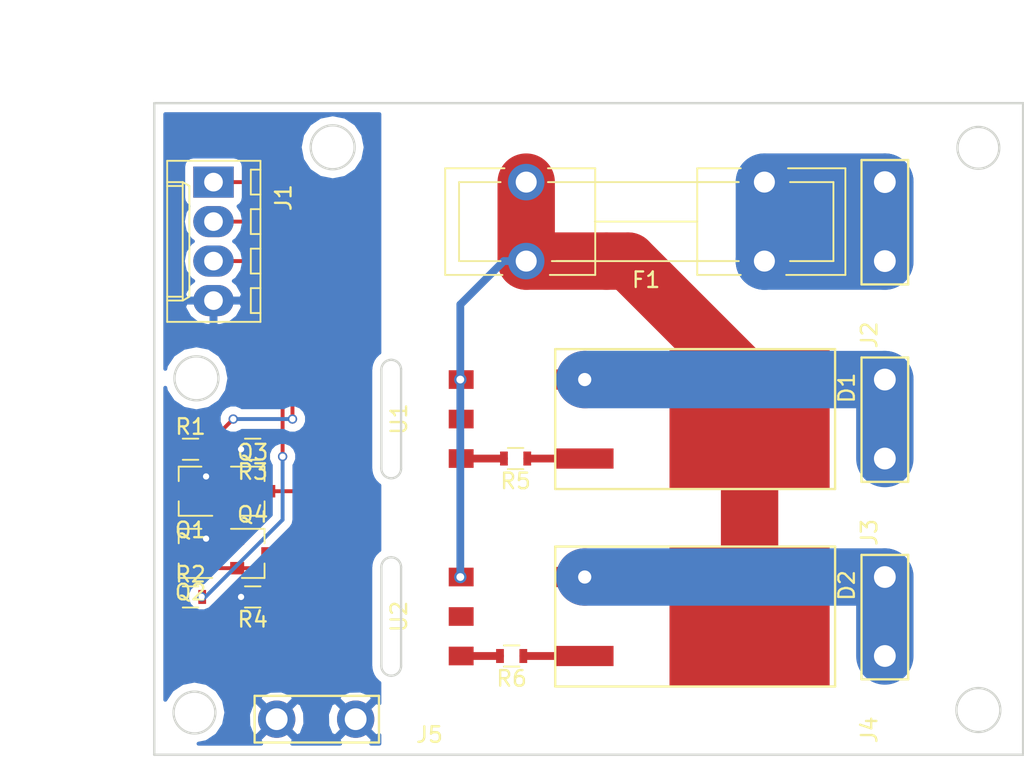
<source format=kicad_pcb>
(kicad_pcb (version 4) (host pcbnew 4.0.7)

  (general
    (links 36)
    (no_connects 0)
    (area 158.774001 72.611 224.865001 123.209)
    (thickness 1.6)
    (drawings 23)
    (tracks 92)
    (zones 0)
    (modules 20)
    (nets 23)
  )

  (page USLetter)
  (layers
    (0 F.Cu signal)
    (31 B.Cu signal)
    (32 B.Adhes user)
    (33 F.Adhes user)
    (34 B.Paste user)
    (35 F.Paste user)
    (36 B.SilkS user)
    (37 F.SilkS user)
    (38 B.Mask user)
    (39 F.Mask user)
    (40 Dwgs.User user)
    (41 Cmts.User user)
    (42 Eco1.User user)
    (43 Eco2.User user)
    (44 Edge.Cuts user)
    (45 Margin user)
    (46 B.CrtYd user)
    (47 F.CrtYd user)
    (48 B.Fab user)
    (49 F.Fab user)
  )

  (setup
    (last_trace_width 0.25)
    (trace_clearance 0.2)
    (zone_clearance 0.508)
    (zone_45_only no)
    (trace_min 0.2)
    (segment_width 0.2)
    (edge_width 0.15)
    (via_size 0.6)
    (via_drill 0.4)
    (via_min_size 0.4)
    (via_min_drill 0.3)
    (uvia_size 0.3)
    (uvia_drill 0.1)
    (uvias_allowed no)
    (uvia_min_size 0.2)
    (uvia_min_drill 0.1)
    (pcb_text_width 0.3)
    (pcb_text_size 1.5 1.5)
    (mod_edge_width 0.15)
    (mod_text_size 1 1)
    (mod_text_width 0.15)
    (pad_size 1.524 1.524)
    (pad_drill 0.762)
    (pad_to_mask_clearance 0.2)
    (aux_axis_origin 0 0)
    (visible_elements FFFFFF5F)
    (pcbplotparams
      (layerselection 0x00030_80000001)
      (usegerberextensions false)
      (excludeedgelayer true)
      (linewidth 0.100000)
      (plotframeref false)
      (viasonmask false)
      (mode 1)
      (useauxorigin false)
      (hpglpennumber 1)
      (hpglpenspeed 20)
      (hpglpendiameter 15)
      (hpglpenoverlay 2)
      (psnegative false)
      (psa4output false)
      (plotreference true)
      (plotvalue true)
      (plotinvisibletext false)
      (padsonsilk false)
      (subtractmaskfromsilk false)
      (outputformat 1)
      (mirror false)
      (drillshape 0)
      (scaleselection 1)
      (outputdirectory ""))
  )

  (net 0 "")
  (net 1 "Net-(D1-Pad1)")
  (net 2 "Net-(D1-Pad3)")
  (net 3 "Net-(D1-Pad2)")
  (net 4 "Net-(D2-Pad3)")
  (net 5 "Net-(F1-Pad1)")
  (net 6 "Net-(J1-Pad1)")
  (net 7 "Net-(J1-Pad2)")
  (net 8 "Net-(J1-Pad3)")
  (net 9 "Net-(J1-Pad4)")
  (net 10 "Net-(Q1-Pad1)")
  (net 11 "Net-(Q1-Pad3)")
  (net 12 "Net-(Q2-Pad1)")
  (net 13 "Net-(Q2-Pad3)")
  (net 14 "Net-(Q3-Pad3)")
  (net 15 "Net-(Q4-Pad3)")
  (net 16 "Net-(R5-Pad2)")
  (net 17 "Net-(R6-Pad2)")
  (net 18 "Net-(U1-Pad3)")
  (net 19 "Net-(U1-Pad5)")
  (net 20 "Net-(U2-Pad3)")
  (net 21 "Net-(U2-Pad5)")
  (net 22 "Net-(D2-Pad1)")

  (net_class Default "This is the default net class."
    (clearance 0.2)
    (trace_width 0.25)
    (via_dia 0.6)
    (via_drill 0.4)
    (uvia_dia 0.3)
    (uvia_drill 0.1)
    (add_net "Net-(J1-Pad1)")
    (add_net "Net-(J1-Pad2)")
    (add_net "Net-(J1-Pad3)")
    (add_net "Net-(J1-Pad4)")
    (add_net "Net-(Q1-Pad1)")
    (add_net "Net-(Q1-Pad3)")
    (add_net "Net-(Q2-Pad1)")
    (add_net "Net-(Q2-Pad3)")
    (add_net "Net-(Q3-Pad3)")
    (add_net "Net-(Q4-Pad3)")
    (add_net "Net-(U1-Pad3)")
    (add_net "Net-(U1-Pad5)")
    (add_net "Net-(U2-Pad3)")
    (add_net "Net-(U2-Pad5)")
  )

  (net_class AC ""
    (clearance 1.22)
    (trace_width 4)
    (via_dia 1.22)
    (via_drill 0.85)
    (uvia_dia 0.3)
    (uvia_drill 0.1)
    (add_net "Net-(D1-Pad1)")
    (add_net "Net-(D1-Pad2)")
    (add_net "Net-(D2-Pad1)")
    (add_net "Net-(F1-Pad1)")
  )

  (net_class AC_Signal ""
    (clearance 0.4)
    (trace_width 0.5)
    (via_dia 0.8)
    (via_drill 0.5)
    (uvia_dia 0.3)
    (uvia_drill 0.1)
    (add_net "Net-(D1-Pad3)")
    (add_net "Net-(D2-Pad3)")
    (add_net "Net-(R5-Pad2)")
    (add_net "Net-(R6-Pad2)")
  )

  (module Connectors_Molex:Molex_KK-6410-04_04x2.54mm_Straight (layer F.Cu) (tedit 58EE6EE8) (tstamp 5AD278F5)
    (at 172.72 83.82 270)
    (descr "Connector Headers with Friction Lock, 22-27-2041, http://www.molex.com/pdm_docs/sd/022272021_sd.pdf")
    (tags "connector molex kk_6410 22-27-2041")
    (path /5AD2537D)
    (fp_text reference J1 (at 1 -4.5 270) (layer F.SilkS)
      (effects (font (size 1 1) (thickness 0.15)))
    )
    (fp_text value Conn_01x04 (at 3.81 4.5 270) (layer F.Fab)
      (effects (font (size 1 1) (thickness 0.15)))
    )
    (fp_line (start -1.47 -3.12) (end -1.47 3.08) (layer F.Fab) (width 0.12))
    (fp_line (start -1.47 3.08) (end 9.09 3.08) (layer F.Fab) (width 0.12))
    (fp_line (start 9.09 3.08) (end 9.09 -3.12) (layer F.Fab) (width 0.12))
    (fp_line (start 9.09 -3.12) (end -1.47 -3.12) (layer F.Fab) (width 0.12))
    (fp_line (start -1.37 -3.02) (end -1.37 2.98) (layer F.SilkS) (width 0.12))
    (fp_line (start -1.37 2.98) (end 8.99 2.98) (layer F.SilkS) (width 0.12))
    (fp_line (start 8.99 2.98) (end 8.99 -3.02) (layer F.SilkS) (width 0.12))
    (fp_line (start 8.99 -3.02) (end -1.37 -3.02) (layer F.SilkS) (width 0.12))
    (fp_line (start 0 2.98) (end 0 1.98) (layer F.SilkS) (width 0.12))
    (fp_line (start 0 1.98) (end 7.62 1.98) (layer F.SilkS) (width 0.12))
    (fp_line (start 7.62 1.98) (end 7.62 2.98) (layer F.SilkS) (width 0.12))
    (fp_line (start 0 1.98) (end 0.25 1.55) (layer F.SilkS) (width 0.12))
    (fp_line (start 0.25 1.55) (end 7.37 1.55) (layer F.SilkS) (width 0.12))
    (fp_line (start 7.37 1.55) (end 7.62 1.98) (layer F.SilkS) (width 0.12))
    (fp_line (start 0.25 2.98) (end 0.25 1.98) (layer F.SilkS) (width 0.12))
    (fp_line (start 7.37 2.98) (end 7.37 1.98) (layer F.SilkS) (width 0.12))
    (fp_line (start -0.8 -3.02) (end -0.8 -2.4) (layer F.SilkS) (width 0.12))
    (fp_line (start -0.8 -2.4) (end 0.8 -2.4) (layer F.SilkS) (width 0.12))
    (fp_line (start 0.8 -2.4) (end 0.8 -3.02) (layer F.SilkS) (width 0.12))
    (fp_line (start 1.74 -3.02) (end 1.74 -2.4) (layer F.SilkS) (width 0.12))
    (fp_line (start 1.74 -2.4) (end 3.34 -2.4) (layer F.SilkS) (width 0.12))
    (fp_line (start 3.34 -2.4) (end 3.34 -3.02) (layer F.SilkS) (width 0.12))
    (fp_line (start 4.28 -3.02) (end 4.28 -2.4) (layer F.SilkS) (width 0.12))
    (fp_line (start 4.28 -2.4) (end 5.88 -2.4) (layer F.SilkS) (width 0.12))
    (fp_line (start 5.88 -2.4) (end 5.88 -3.02) (layer F.SilkS) (width 0.12))
    (fp_line (start 6.82 -3.02) (end 6.82 -2.4) (layer F.SilkS) (width 0.12))
    (fp_line (start 6.82 -2.4) (end 8.42 -2.4) (layer F.SilkS) (width 0.12))
    (fp_line (start 8.42 -2.4) (end 8.42 -3.02) (layer F.SilkS) (width 0.12))
    (fp_line (start -1.9 3.5) (end -1.9 -3.55) (layer F.CrtYd) (width 0.05))
    (fp_line (start -1.9 -3.55) (end 9.5 -3.55) (layer F.CrtYd) (width 0.05))
    (fp_line (start 9.5 -3.55) (end 9.5 3.5) (layer F.CrtYd) (width 0.05))
    (fp_line (start 9.5 3.5) (end -1.9 3.5) (layer F.CrtYd) (width 0.05))
    (fp_text user %R (at 3.81 0 270) (layer F.Fab)
      (effects (font (size 1 1) (thickness 0.15)))
    )
    (pad 1 thru_hole rect (at 0 0 270) (size 2 2.6) (drill 1.2) (layers *.Cu *.Mask)
      (net 6 "Net-(J1-Pad1)"))
    (pad 2 thru_hole oval (at 2.54 0 270) (size 2 2.6) (drill 1.2) (layers *.Cu *.Mask)
      (net 7 "Net-(J1-Pad2)"))
    (pad 3 thru_hole oval (at 5.08 0 270) (size 2 2.6) (drill 1.2) (layers *.Cu *.Mask)
      (net 8 "Net-(J1-Pad3)"))
    (pad 4 thru_hole oval (at 7.62 0 270) (size 2 2.6) (drill 1.2) (layers *.Cu *.Mask)
      (net 9 "Net-(J1-Pad4)"))
    (model ${KISYS3DMOD}/Connectors_Molex.3dshapes/Molex_KK-6410-04_04x2.54mm_Straight.wrl
      (at (xyz 0 0 0))
      (scale (xyz 1 1 1))
      (rotate (xyz 0 0 0))
    )
  )

  (module Local:TAB_0.250_SOLDER (layer F.Cu) (tedit 5AD26DAC) (tstamp 5AD278FF)
    (at 215.9 88.9 90)
    (path /5AD27586)
    (fp_text reference J2 (at -4.75 -1 90) (layer F.SilkS)
      (effects (font (size 1 1) (thickness 0.15)))
    )
    (fp_text value Conn_01x01 (at 0 -2.75 90) (layer F.Fab)
      (effects (font (size 1 1) (thickness 0.15)))
    )
    (fp_line (start -1.5 -1.5) (end 6.5 -1.5) (layer F.SilkS) (width 0.15))
    (fp_line (start 6.5 -1.5) (end 6.5 1.5) (layer F.SilkS) (width 0.15))
    (fp_line (start 6.5 1.5) (end -1.5 1.5) (layer F.SilkS) (width 0.15))
    (fp_line (start -1.5 1.5) (end -1.5 -1.5) (layer F.SilkS) (width 0.15))
    (pad 1 thru_hole circle (at 5.08 0 90) (size 2.4 2.4) (drill 1.4) (layers *.Cu *.Mask)
      (net 5 "Net-(F1-Pad1)"))
    (pad 1 thru_hole circle (at 0 0 90) (size 2.4 2.4) (drill 1.4) (layers *.Cu *.Mask)
      (net 5 "Net-(F1-Pad1)"))
  )

  (module Local:TAB_0.250_SOLDER (layer F.Cu) (tedit 5AD26DAC) (tstamp 5AD27909)
    (at 215.9 101.6 90)
    (path /5AD275EF)
    (fp_text reference J3 (at -4.75 -1 90) (layer F.SilkS)
      (effects (font (size 1 1) (thickness 0.15)))
    )
    (fp_text value Conn_01x01 (at 0 -2.75 90) (layer F.Fab)
      (effects (font (size 1 1) (thickness 0.15)))
    )
    (fp_line (start -1.5 -1.5) (end 6.5 -1.5) (layer F.SilkS) (width 0.15))
    (fp_line (start 6.5 -1.5) (end 6.5 1.5) (layer F.SilkS) (width 0.15))
    (fp_line (start 6.5 1.5) (end -1.5 1.5) (layer F.SilkS) (width 0.15))
    (fp_line (start -1.5 1.5) (end -1.5 -1.5) (layer F.SilkS) (width 0.15))
    (pad 1 thru_hole circle (at 5.08 0 90) (size 2.4 2.4) (drill 1.4) (layers *.Cu *.Mask)
      (net 1 "Net-(D1-Pad1)"))
    (pad 1 thru_hole circle (at 0 0 90) (size 2.4 2.4) (drill 1.4) (layers *.Cu *.Mask)
      (net 1 "Net-(D1-Pad1)"))
  )

  (module Local:TAB_0.250_SOLDER (layer F.Cu) (tedit 5AD26DAC) (tstamp 5AD27913)
    (at 215.9 114.3 90)
    (path /5AD27660)
    (fp_text reference J4 (at -4.75 -1 90) (layer F.SilkS)
      (effects (font (size 1 1) (thickness 0.15)))
    )
    (fp_text value Conn_01x01 (at 0 -2.75 90) (layer F.Fab)
      (effects (font (size 1 1) (thickness 0.15)))
    )
    (fp_line (start -1.5 -1.5) (end 6.5 -1.5) (layer F.SilkS) (width 0.15))
    (fp_line (start 6.5 -1.5) (end 6.5 1.5) (layer F.SilkS) (width 0.15))
    (fp_line (start 6.5 1.5) (end -1.5 1.5) (layer F.SilkS) (width 0.15))
    (fp_line (start -1.5 1.5) (end -1.5 -1.5) (layer F.SilkS) (width 0.15))
    (pad 1 thru_hole circle (at 5.08 0 90) (size 2.4 2.4) (drill 1.4) (layers *.Cu *.Mask)
      (net 22 "Net-(D2-Pad1)"))
    (pad 1 thru_hole circle (at 0 0 90) (size 2.4 2.4) (drill 1.4) (layers *.Cu *.Mask)
      (net 22 "Net-(D2-Pad1)"))
  )

  (module TO_SOT_Packages_SMD:SOT-23 (layer F.Cu) (tedit 58CE4E7E) (tstamp 5AD27928)
    (at 171.243 103.701 180)
    (descr "SOT-23, Standard")
    (tags SOT-23)
    (path /5AD24568)
    (attr smd)
    (fp_text reference Q1 (at 0 -2.5 180) (layer F.SilkS)
      (effects (font (size 1 1) (thickness 0.15)))
    )
    (fp_text value MMBT3904L (at 0 2.5 180) (layer F.Fab)
      (effects (font (size 1 1) (thickness 0.15)))
    )
    (fp_text user %R (at 0 0 270) (layer F.Fab)
      (effects (font (size 0.5 0.5) (thickness 0.075)))
    )
    (fp_line (start -0.7 -0.95) (end -0.7 1.5) (layer F.Fab) (width 0.1))
    (fp_line (start -0.15 -1.52) (end 0.7 -1.52) (layer F.Fab) (width 0.1))
    (fp_line (start -0.7 -0.95) (end -0.15 -1.52) (layer F.Fab) (width 0.1))
    (fp_line (start 0.7 -1.52) (end 0.7 1.52) (layer F.Fab) (width 0.1))
    (fp_line (start -0.7 1.52) (end 0.7 1.52) (layer F.Fab) (width 0.1))
    (fp_line (start 0.76 1.58) (end 0.76 0.65) (layer F.SilkS) (width 0.12))
    (fp_line (start 0.76 -1.58) (end 0.76 -0.65) (layer F.SilkS) (width 0.12))
    (fp_line (start -1.7 -1.75) (end 1.7 -1.75) (layer F.CrtYd) (width 0.05))
    (fp_line (start 1.7 -1.75) (end 1.7 1.75) (layer F.CrtYd) (width 0.05))
    (fp_line (start 1.7 1.75) (end -1.7 1.75) (layer F.CrtYd) (width 0.05))
    (fp_line (start -1.7 1.75) (end -1.7 -1.75) (layer F.CrtYd) (width 0.05))
    (fp_line (start 0.76 -1.58) (end -1.4 -1.58) (layer F.SilkS) (width 0.12))
    (fp_line (start 0.76 1.58) (end -0.7 1.58) (layer F.SilkS) (width 0.12))
    (pad 1 smd rect (at -1 -0.95 180) (size 0.9 0.8) (layers F.Cu F.Paste F.Mask)
      (net 10 "Net-(Q1-Pad1)"))
    (pad 2 smd rect (at -1 0.95 180) (size 0.9 0.8) (layers F.Cu F.Paste F.Mask)
      (net 9 "Net-(J1-Pad4)"))
    (pad 3 smd rect (at 1 0 180) (size 0.9 0.8) (layers F.Cu F.Paste F.Mask)
      (net 11 "Net-(Q1-Pad3)"))
    (model ${KISYS3DMOD}/TO_SOT_Packages_SMD.3dshapes/SOT-23.wrl
      (at (xyz 0 0 0))
      (scale (xyz 1 1 1))
      (rotate (xyz 0 0 0))
    )
  )

  (module TO_SOT_Packages_SMD:SOT-23 (layer F.Cu) (tedit 58CE4E7E) (tstamp 5AD2793D)
    (at 171.243 107.701 180)
    (descr "SOT-23, Standard")
    (tags SOT-23)
    (path /5AD252C2)
    (attr smd)
    (fp_text reference Q2 (at 0 -2.5 180) (layer F.SilkS)
      (effects (font (size 1 1) (thickness 0.15)))
    )
    (fp_text value MMBT3904L (at 0 2.5 180) (layer F.Fab)
      (effects (font (size 1 1) (thickness 0.15)))
    )
    (fp_text user %R (at 0 0 270) (layer F.Fab)
      (effects (font (size 0.5 0.5) (thickness 0.075)))
    )
    (fp_line (start -0.7 -0.95) (end -0.7 1.5) (layer F.Fab) (width 0.1))
    (fp_line (start -0.15 -1.52) (end 0.7 -1.52) (layer F.Fab) (width 0.1))
    (fp_line (start -0.7 -0.95) (end -0.15 -1.52) (layer F.Fab) (width 0.1))
    (fp_line (start 0.7 -1.52) (end 0.7 1.52) (layer F.Fab) (width 0.1))
    (fp_line (start -0.7 1.52) (end 0.7 1.52) (layer F.Fab) (width 0.1))
    (fp_line (start 0.76 1.58) (end 0.76 0.65) (layer F.SilkS) (width 0.12))
    (fp_line (start 0.76 -1.58) (end 0.76 -0.65) (layer F.SilkS) (width 0.12))
    (fp_line (start -1.7 -1.75) (end 1.7 -1.75) (layer F.CrtYd) (width 0.05))
    (fp_line (start 1.7 -1.75) (end 1.7 1.75) (layer F.CrtYd) (width 0.05))
    (fp_line (start 1.7 1.75) (end -1.7 1.75) (layer F.CrtYd) (width 0.05))
    (fp_line (start -1.7 1.75) (end -1.7 -1.75) (layer F.CrtYd) (width 0.05))
    (fp_line (start 0.76 -1.58) (end -1.4 -1.58) (layer F.SilkS) (width 0.12))
    (fp_line (start 0.76 1.58) (end -0.7 1.58) (layer F.SilkS) (width 0.12))
    (pad 1 smd rect (at -1 -0.95 180) (size 0.9 0.8) (layers F.Cu F.Paste F.Mask)
      (net 12 "Net-(Q2-Pad1)"))
    (pad 2 smd rect (at -1 0.95 180) (size 0.9 0.8) (layers F.Cu F.Paste F.Mask)
      (net 9 "Net-(J1-Pad4)"))
    (pad 3 smd rect (at 1 0 180) (size 0.9 0.8) (layers F.Cu F.Paste F.Mask)
      (net 13 "Net-(Q2-Pad3)"))
    (model ${KISYS3DMOD}/TO_SOT_Packages_SMD.3dshapes/SOT-23.wrl
      (at (xyz 0 0 0))
      (scale (xyz 1 1 1))
      (rotate (xyz 0 0 0))
    )
  )

  (module TO_SOT_Packages_SMD:SOT-23 (layer F.Cu) (tedit 58CE4E7E) (tstamp 5AD27952)
    (at 175.243 103.701)
    (descr "SOT-23, Standard")
    (tags SOT-23)
    (path /5AD24CB5)
    (attr smd)
    (fp_text reference Q3 (at 0 -2.5) (layer F.SilkS)
      (effects (font (size 1 1) (thickness 0.15)))
    )
    (fp_text value MMBT3904L (at 0 2.5) (layer F.Fab)
      (effects (font (size 1 1) (thickness 0.15)))
    )
    (fp_text user %R (at 0 0 90) (layer F.Fab)
      (effects (font (size 0.5 0.5) (thickness 0.075)))
    )
    (fp_line (start -0.7 -0.95) (end -0.7 1.5) (layer F.Fab) (width 0.1))
    (fp_line (start -0.15 -1.52) (end 0.7 -1.52) (layer F.Fab) (width 0.1))
    (fp_line (start -0.7 -0.95) (end -0.15 -1.52) (layer F.Fab) (width 0.1))
    (fp_line (start 0.7 -1.52) (end 0.7 1.52) (layer F.Fab) (width 0.1))
    (fp_line (start -0.7 1.52) (end 0.7 1.52) (layer F.Fab) (width 0.1))
    (fp_line (start 0.76 1.58) (end 0.76 0.65) (layer F.SilkS) (width 0.12))
    (fp_line (start 0.76 -1.58) (end 0.76 -0.65) (layer F.SilkS) (width 0.12))
    (fp_line (start -1.7 -1.75) (end 1.7 -1.75) (layer F.CrtYd) (width 0.05))
    (fp_line (start 1.7 -1.75) (end 1.7 1.75) (layer F.CrtYd) (width 0.05))
    (fp_line (start 1.7 1.75) (end -1.7 1.75) (layer F.CrtYd) (width 0.05))
    (fp_line (start -1.7 1.75) (end -1.7 -1.75) (layer F.CrtYd) (width 0.05))
    (fp_line (start 0.76 -1.58) (end -1.4 -1.58) (layer F.SilkS) (width 0.12))
    (fp_line (start 0.76 1.58) (end -0.7 1.58) (layer F.SilkS) (width 0.12))
    (pad 1 smd rect (at -1 -0.95) (size 0.9 0.8) (layers F.Cu F.Paste F.Mask)
      (net 11 "Net-(Q1-Pad3)"))
    (pad 2 smd rect (at -1 0.95) (size 0.9 0.8) (layers F.Cu F.Paste F.Mask)
      (net 10 "Net-(Q1-Pad1)"))
    (pad 3 smd rect (at 1 0) (size 0.9 0.8) (layers F.Cu F.Paste F.Mask)
      (net 14 "Net-(Q3-Pad3)"))
    (model ${KISYS3DMOD}/TO_SOT_Packages_SMD.3dshapes/SOT-23.wrl
      (at (xyz 0 0 0))
      (scale (xyz 1 1 1))
      (rotate (xyz 0 0 0))
    )
  )

  (module TO_SOT_Packages_SMD:SOT-23 (layer F.Cu) (tedit 58CE4E7E) (tstamp 5AD27967)
    (at 175.243 107.701)
    (descr "SOT-23, Standard")
    (tags SOT-23)
    (path /5AD252C8)
    (attr smd)
    (fp_text reference Q4 (at 0 -2.5) (layer F.SilkS)
      (effects (font (size 1 1) (thickness 0.15)))
    )
    (fp_text value MMBT3904L (at 0 2.5) (layer F.Fab)
      (effects (font (size 1 1) (thickness 0.15)))
    )
    (fp_text user %R (at 0 0 90) (layer F.Fab)
      (effects (font (size 0.5 0.5) (thickness 0.075)))
    )
    (fp_line (start -0.7 -0.95) (end -0.7 1.5) (layer F.Fab) (width 0.1))
    (fp_line (start -0.15 -1.52) (end 0.7 -1.52) (layer F.Fab) (width 0.1))
    (fp_line (start -0.7 -0.95) (end -0.15 -1.52) (layer F.Fab) (width 0.1))
    (fp_line (start 0.7 -1.52) (end 0.7 1.52) (layer F.Fab) (width 0.1))
    (fp_line (start -0.7 1.52) (end 0.7 1.52) (layer F.Fab) (width 0.1))
    (fp_line (start 0.76 1.58) (end 0.76 0.65) (layer F.SilkS) (width 0.12))
    (fp_line (start 0.76 -1.58) (end 0.76 -0.65) (layer F.SilkS) (width 0.12))
    (fp_line (start -1.7 -1.75) (end 1.7 -1.75) (layer F.CrtYd) (width 0.05))
    (fp_line (start 1.7 -1.75) (end 1.7 1.75) (layer F.CrtYd) (width 0.05))
    (fp_line (start 1.7 1.75) (end -1.7 1.75) (layer F.CrtYd) (width 0.05))
    (fp_line (start -1.7 1.75) (end -1.7 -1.75) (layer F.CrtYd) (width 0.05))
    (fp_line (start 0.76 -1.58) (end -1.4 -1.58) (layer F.SilkS) (width 0.12))
    (fp_line (start 0.76 1.58) (end -0.7 1.58) (layer F.SilkS) (width 0.12))
    (pad 1 smd rect (at -1 -0.95) (size 0.9 0.8) (layers F.Cu F.Paste F.Mask)
      (net 13 "Net-(Q2-Pad3)"))
    (pad 2 smd rect (at -1 0.95) (size 0.9 0.8) (layers F.Cu F.Paste F.Mask)
      (net 12 "Net-(Q2-Pad1)"))
    (pad 3 smd rect (at 1 0) (size 0.9 0.8) (layers F.Cu F.Paste F.Mask)
      (net 15 "Net-(Q4-Pad3)"))
    (model ${KISYS3DMOD}/TO_SOT_Packages_SMD.3dshapes/SOT-23.wrl
      (at (xyz 0 0 0))
      (scale (xyz 1 1 1))
      (rotate (xyz 0 0 0))
    )
  )

  (module Resistors_SMD:R_0603 (layer F.Cu) (tedit 58E0A804) (tstamp 5AD27978)
    (at 171.243 101.001)
    (descr "Resistor SMD 0603, reflow soldering, Vishay (see dcrcw.pdf)")
    (tags "resistor 0603")
    (path /5AD24D1E)
    (attr smd)
    (fp_text reference R1 (at 0 -1.45) (layer F.SilkS)
      (effects (font (size 1 1) (thickness 0.15)))
    )
    (fp_text value 10K (at 0 1.5) (layer F.Fab)
      (effects (font (size 1 1) (thickness 0.15)))
    )
    (fp_text user %R (at 0 0) (layer F.Fab)
      (effects (font (size 0.4 0.4) (thickness 0.075)))
    )
    (fp_line (start -0.8 0.4) (end -0.8 -0.4) (layer F.Fab) (width 0.1))
    (fp_line (start 0.8 0.4) (end -0.8 0.4) (layer F.Fab) (width 0.1))
    (fp_line (start 0.8 -0.4) (end 0.8 0.4) (layer F.Fab) (width 0.1))
    (fp_line (start -0.8 -0.4) (end 0.8 -0.4) (layer F.Fab) (width 0.1))
    (fp_line (start 0.5 0.68) (end -0.5 0.68) (layer F.SilkS) (width 0.12))
    (fp_line (start -0.5 -0.68) (end 0.5 -0.68) (layer F.SilkS) (width 0.12))
    (fp_line (start -1.25 -0.7) (end 1.25 -0.7) (layer F.CrtYd) (width 0.05))
    (fp_line (start -1.25 -0.7) (end -1.25 0.7) (layer F.CrtYd) (width 0.05))
    (fp_line (start 1.25 0.7) (end 1.25 -0.7) (layer F.CrtYd) (width 0.05))
    (fp_line (start 1.25 0.7) (end -1.25 0.7) (layer F.CrtYd) (width 0.05))
    (pad 1 smd rect (at -0.75 0) (size 0.5 0.9) (layers F.Cu F.Paste F.Mask)
      (net 11 "Net-(Q1-Pad3)"))
    (pad 2 smd rect (at 0.75 0) (size 0.5 0.9) (layers F.Cu F.Paste F.Mask)
      (net 7 "Net-(J1-Pad2)"))
    (model ${KISYS3DMOD}/Resistors_SMD.3dshapes/R_0603.wrl
      (at (xyz 0 0 0))
      (scale (xyz 1 1 1))
      (rotate (xyz 0 0 0))
    )
  )

  (module Resistors_SMD:R_0603 (layer F.Cu) (tedit 58E0A804) (tstamp 5AD27989)
    (at 171.243 110.501)
    (descr "Resistor SMD 0603, reflow soldering, Vishay (see dcrcw.pdf)")
    (tags "resistor 0603")
    (path /5AD252CE)
    (attr smd)
    (fp_text reference R2 (at 0 -1.45) (layer F.SilkS)
      (effects (font (size 1 1) (thickness 0.15)))
    )
    (fp_text value 10K (at 0 1.5) (layer F.Fab)
      (effects (font (size 1 1) (thickness 0.15)))
    )
    (fp_text user %R (at 0 0) (layer F.Fab)
      (effects (font (size 0.4 0.4) (thickness 0.075)))
    )
    (fp_line (start -0.8 0.4) (end -0.8 -0.4) (layer F.Fab) (width 0.1))
    (fp_line (start 0.8 0.4) (end -0.8 0.4) (layer F.Fab) (width 0.1))
    (fp_line (start 0.8 -0.4) (end 0.8 0.4) (layer F.Fab) (width 0.1))
    (fp_line (start -0.8 -0.4) (end 0.8 -0.4) (layer F.Fab) (width 0.1))
    (fp_line (start 0.5 0.68) (end -0.5 0.68) (layer F.SilkS) (width 0.12))
    (fp_line (start -0.5 -0.68) (end 0.5 -0.68) (layer F.SilkS) (width 0.12))
    (fp_line (start -1.25 -0.7) (end 1.25 -0.7) (layer F.CrtYd) (width 0.05))
    (fp_line (start -1.25 -0.7) (end -1.25 0.7) (layer F.CrtYd) (width 0.05))
    (fp_line (start 1.25 0.7) (end 1.25 -0.7) (layer F.CrtYd) (width 0.05))
    (fp_line (start 1.25 0.7) (end -1.25 0.7) (layer F.CrtYd) (width 0.05))
    (pad 1 smd rect (at -0.75 0) (size 0.5 0.9) (layers F.Cu F.Paste F.Mask)
      (net 13 "Net-(Q2-Pad3)"))
    (pad 2 smd rect (at 0.75 0) (size 0.5 0.9) (layers F.Cu F.Paste F.Mask)
      (net 8 "Net-(J1-Pad3)"))
    (model ${KISYS3DMOD}/Resistors_SMD.3dshapes/R_0603.wrl
      (at (xyz 0 0 0))
      (scale (xyz 1 1 1))
      (rotate (xyz 0 0 0))
    )
  )

  (module Resistors_SMD:R_0603 (layer F.Cu) (tedit 58E0A804) (tstamp 5AD2799A)
    (at 175.243 101.001 180)
    (descr "Resistor SMD 0603, reflow soldering, Vishay (see dcrcw.pdf)")
    (tags "resistor 0603")
    (path /5AD24E2A)
    (attr smd)
    (fp_text reference R3 (at 0 -1.45 180) (layer F.SilkS)
      (effects (font (size 1 1) (thickness 0.15)))
    )
    (fp_text value 35 (at 0 1.5 180) (layer F.Fab)
      (effects (font (size 1 1) (thickness 0.15)))
    )
    (fp_text user %R (at 0 0 180) (layer F.Fab)
      (effects (font (size 0.4 0.4) (thickness 0.075)))
    )
    (fp_line (start -0.8 0.4) (end -0.8 -0.4) (layer F.Fab) (width 0.1))
    (fp_line (start 0.8 0.4) (end -0.8 0.4) (layer F.Fab) (width 0.1))
    (fp_line (start 0.8 -0.4) (end 0.8 0.4) (layer F.Fab) (width 0.1))
    (fp_line (start -0.8 -0.4) (end 0.8 -0.4) (layer F.Fab) (width 0.1))
    (fp_line (start 0.5 0.68) (end -0.5 0.68) (layer F.SilkS) (width 0.12))
    (fp_line (start -0.5 -0.68) (end 0.5 -0.68) (layer F.SilkS) (width 0.12))
    (fp_line (start -1.25 -0.7) (end 1.25 -0.7) (layer F.CrtYd) (width 0.05))
    (fp_line (start -1.25 -0.7) (end -1.25 0.7) (layer F.CrtYd) (width 0.05))
    (fp_line (start 1.25 0.7) (end 1.25 -0.7) (layer F.CrtYd) (width 0.05))
    (fp_line (start 1.25 0.7) (end -1.25 0.7) (layer F.CrtYd) (width 0.05))
    (pad 1 smd rect (at -0.75 0 180) (size 0.5 0.9) (layers F.Cu F.Paste F.Mask)
      (net 10 "Net-(Q1-Pad1)"))
    (pad 2 smd rect (at 0.75 0 180) (size 0.5 0.9) (layers F.Cu F.Paste F.Mask)
      (net 9 "Net-(J1-Pad4)"))
    (model ${KISYS3DMOD}/Resistors_SMD.3dshapes/R_0603.wrl
      (at (xyz 0 0 0))
      (scale (xyz 1 1 1))
      (rotate (xyz 0 0 0))
    )
  )

  (module Resistors_SMD:R_0603 (layer F.Cu) (tedit 58E0A804) (tstamp 5AD279AB)
    (at 175.243 110.501 180)
    (descr "Resistor SMD 0603, reflow soldering, Vishay (see dcrcw.pdf)")
    (tags "resistor 0603")
    (path /5AD252D4)
    (attr smd)
    (fp_text reference R4 (at 0 -1.45 180) (layer F.SilkS)
      (effects (font (size 1 1) (thickness 0.15)))
    )
    (fp_text value 35 (at 0 1.5 180) (layer F.Fab)
      (effects (font (size 1 1) (thickness 0.15)))
    )
    (fp_text user %R (at 0 0 180) (layer F.Fab)
      (effects (font (size 0.4 0.4) (thickness 0.075)))
    )
    (fp_line (start -0.8 0.4) (end -0.8 -0.4) (layer F.Fab) (width 0.1))
    (fp_line (start 0.8 0.4) (end -0.8 0.4) (layer F.Fab) (width 0.1))
    (fp_line (start 0.8 -0.4) (end 0.8 0.4) (layer F.Fab) (width 0.1))
    (fp_line (start -0.8 -0.4) (end 0.8 -0.4) (layer F.Fab) (width 0.1))
    (fp_line (start 0.5 0.68) (end -0.5 0.68) (layer F.SilkS) (width 0.12))
    (fp_line (start -0.5 -0.68) (end 0.5 -0.68) (layer F.SilkS) (width 0.12))
    (fp_line (start -1.25 -0.7) (end 1.25 -0.7) (layer F.CrtYd) (width 0.05))
    (fp_line (start -1.25 -0.7) (end -1.25 0.7) (layer F.CrtYd) (width 0.05))
    (fp_line (start 1.25 0.7) (end 1.25 -0.7) (layer F.CrtYd) (width 0.05))
    (fp_line (start 1.25 0.7) (end -1.25 0.7) (layer F.CrtYd) (width 0.05))
    (pad 1 smd rect (at -0.75 0 180) (size 0.5 0.9) (layers F.Cu F.Paste F.Mask)
      (net 12 "Net-(Q2-Pad1)"))
    (pad 2 smd rect (at 0.75 0 180) (size 0.5 0.9) (layers F.Cu F.Paste F.Mask)
      (net 9 "Net-(J1-Pad4)"))
    (model ${KISYS3DMOD}/Resistors_SMD.3dshapes/R_0603.wrl
      (at (xyz 0 0 0))
      (scale (xyz 1 1 1))
      (rotate (xyz 0 0 0))
    )
  )

  (module Resistors_SMD:R_0603 (layer F.Cu) (tedit 58E0A804) (tstamp 5AD279BC)
    (at 192.151 101.6 180)
    (descr "Resistor SMD 0603, reflow soldering, Vishay (see dcrcw.pdf)")
    (tags "resistor 0603")
    (path /5AD227DF)
    (attr smd)
    (fp_text reference R5 (at 0 -1.45 180) (layer F.SilkS)
      (effects (font (size 1 1) (thickness 0.15)))
    )
    (fp_text value 1K (at 0 1.5 180) (layer F.Fab)
      (effects (font (size 1 1) (thickness 0.15)))
    )
    (fp_text user %R (at 0 0 180) (layer F.Fab)
      (effects (font (size 0.4 0.4) (thickness 0.075)))
    )
    (fp_line (start -0.8 0.4) (end -0.8 -0.4) (layer F.Fab) (width 0.1))
    (fp_line (start 0.8 0.4) (end -0.8 0.4) (layer F.Fab) (width 0.1))
    (fp_line (start 0.8 -0.4) (end 0.8 0.4) (layer F.Fab) (width 0.1))
    (fp_line (start -0.8 -0.4) (end 0.8 -0.4) (layer F.Fab) (width 0.1))
    (fp_line (start 0.5 0.68) (end -0.5 0.68) (layer F.SilkS) (width 0.12))
    (fp_line (start -0.5 -0.68) (end 0.5 -0.68) (layer F.SilkS) (width 0.12))
    (fp_line (start -1.25 -0.7) (end 1.25 -0.7) (layer F.CrtYd) (width 0.05))
    (fp_line (start -1.25 -0.7) (end -1.25 0.7) (layer F.CrtYd) (width 0.05))
    (fp_line (start 1.25 0.7) (end 1.25 -0.7) (layer F.CrtYd) (width 0.05))
    (fp_line (start 1.25 0.7) (end -1.25 0.7) (layer F.CrtYd) (width 0.05))
    (pad 1 smd rect (at -0.75 0 180) (size 0.5 0.9) (layers F.Cu F.Paste F.Mask)
      (net 2 "Net-(D1-Pad3)"))
    (pad 2 smd rect (at 0.75 0 180) (size 0.5 0.9) (layers F.Cu F.Paste F.Mask)
      (net 16 "Net-(R5-Pad2)"))
    (model ${KISYS3DMOD}/Resistors_SMD.3dshapes/R_0603.wrl
      (at (xyz 0 0 0))
      (scale (xyz 1 1 1))
      (rotate (xyz 0 0 0))
    )
  )

  (module Resistors_SMD:R_0603 (layer F.Cu) (tedit 58E0A804) (tstamp 5AD279CD)
    (at 191.897 114.3 180)
    (descr "Resistor SMD 0603, reflow soldering, Vishay (see dcrcw.pdf)")
    (tags "resistor 0603")
    (path /5AD26ACB)
    (attr smd)
    (fp_text reference R6 (at 0 -1.45 180) (layer F.SilkS)
      (effects (font (size 1 1) (thickness 0.15)))
    )
    (fp_text value 1K (at 0 1.5 180) (layer F.Fab)
      (effects (font (size 1 1) (thickness 0.15)))
    )
    (fp_text user %R (at 0 0 180) (layer F.Fab)
      (effects (font (size 0.4 0.4) (thickness 0.075)))
    )
    (fp_line (start -0.8 0.4) (end -0.8 -0.4) (layer F.Fab) (width 0.1))
    (fp_line (start 0.8 0.4) (end -0.8 0.4) (layer F.Fab) (width 0.1))
    (fp_line (start 0.8 -0.4) (end 0.8 0.4) (layer F.Fab) (width 0.1))
    (fp_line (start -0.8 -0.4) (end 0.8 -0.4) (layer F.Fab) (width 0.1))
    (fp_line (start 0.5 0.68) (end -0.5 0.68) (layer F.SilkS) (width 0.12))
    (fp_line (start -0.5 -0.68) (end 0.5 -0.68) (layer F.SilkS) (width 0.12))
    (fp_line (start -1.25 -0.7) (end 1.25 -0.7) (layer F.CrtYd) (width 0.05))
    (fp_line (start -1.25 -0.7) (end -1.25 0.7) (layer F.CrtYd) (width 0.05))
    (fp_line (start 1.25 0.7) (end 1.25 -0.7) (layer F.CrtYd) (width 0.05))
    (fp_line (start 1.25 0.7) (end -1.25 0.7) (layer F.CrtYd) (width 0.05))
    (pad 1 smd rect (at -0.75 0 180) (size 0.5 0.9) (layers F.Cu F.Paste F.Mask)
      (net 4 "Net-(D2-Pad3)"))
    (pad 2 smd rect (at 0.75 0 180) (size 0.5 0.9) (layers F.Cu F.Paste F.Mask)
      (net 17 "Net-(R6-Pad2)"))
    (model ${KISYS3DMOD}/Resistors_SMD.3dshapes/R_0603.wrl
      (at (xyz 0 0 0))
      (scale (xyz 1 1 1))
      (rotate (xyz 0 0 0))
    )
  )

  (module Local:6-SMD_Gullwing (layer F.Cu) (tedit 5AD29E68) (tstamp 5AD310E7)
    (at 184.15 99.06 270)
    (path /5AD23802)
    (fp_text reference U1 (at 0 -0.5 270) (layer F.SilkS)
      (effects (font (size 1 1) (thickness 0.15)))
    )
    (fp_text value MOC3063M (at -0.25 0.75 270) (layer F.Fab)
      (effects (font (size 1 1) (thickness 0.15)))
    )
    (fp_line (start 2.5 3.5) (end 3 3.5) (layer F.CrtYd) (width 0.15))
    (fp_line (start 3 3.5) (end 3 3) (layer F.CrtYd) (width 0.15))
    (fp_line (start -2.75 3.5) (end -3.25 3.5) (layer F.CrtYd) (width 0.15))
    (fp_line (start -3.25 3.5) (end -3.25 3) (layer F.CrtYd) (width 0.15))
    (fp_line (start 2.5 -3.25) (end 3 -3.25) (layer F.CrtYd) (width 0.15))
    (fp_line (start 3 -3.25) (end 3 -2.75) (layer F.CrtYd) (width 0.15))
    (fp_line (start -3.25 -3.25) (end -3.25 -2.75) (layer F.CrtYd) (width 0.15))
    (fp_line (start -3.25 -3.25) (end -2.75 -3.25) (layer F.CrtYd) (width 0.15))
    (pad 2 smd rect (at 0 4.5 270) (size 1.2 1.6) (layers F.Cu F.Paste F.Mask)
      (net 14 "Net-(Q3-Pad3)"))
    (pad 1 smd rect (at -2.54 4.5 270) (size 1.2 1.6) (layers F.Cu F.Paste F.Mask)
      (net 6 "Net-(J1-Pad1)"))
    (pad 3 smd rect (at 2.54 4.5 270) (size 1.2 1.6) (layers F.Cu F.Paste F.Mask)
      (net 18 "Net-(U1-Pad3)"))
    (pad 4 smd rect (at 2.54 -4.5 270) (size 1.2 1.6) (layers F.Cu F.Paste F.Mask)
      (net 16 "Net-(R5-Pad2)"))
    (pad 5 smd rect (at 0 -4.5 270) (size 1.2 1.6) (layers F.Cu F.Paste F.Mask)
      (net 19 "Net-(U1-Pad5)"))
    (pad 6 smd rect (at -2.54 -4.5 270) (size 1.2 1.6) (layers F.Cu F.Paste F.Mask)
      (net 3 "Net-(D1-Pad2)"))
  )

  (module Local:6-SMD_Gullwing (layer F.Cu) (tedit 5AD29E68) (tstamp 5AD310F8)
    (at 184.15 111.76 270)
    (path /5AD252BC)
    (fp_text reference U2 (at 0 -0.5 270) (layer F.SilkS)
      (effects (font (size 1 1) (thickness 0.15)))
    )
    (fp_text value MOC3063M (at -0.25 0.75 270) (layer F.Fab)
      (effects (font (size 1 1) (thickness 0.15)))
    )
    (fp_line (start 2.5 3.5) (end 3 3.5) (layer F.CrtYd) (width 0.15))
    (fp_line (start 3 3.5) (end 3 3) (layer F.CrtYd) (width 0.15))
    (fp_line (start -2.75 3.5) (end -3.25 3.5) (layer F.CrtYd) (width 0.15))
    (fp_line (start -3.25 3.5) (end -3.25 3) (layer F.CrtYd) (width 0.15))
    (fp_line (start 2.5 -3.25) (end 3 -3.25) (layer F.CrtYd) (width 0.15))
    (fp_line (start 3 -3.25) (end 3 -2.75) (layer F.CrtYd) (width 0.15))
    (fp_line (start -3.25 -3.25) (end -3.25 -2.75) (layer F.CrtYd) (width 0.15))
    (fp_line (start -3.25 -3.25) (end -2.75 -3.25) (layer F.CrtYd) (width 0.15))
    (pad 2 smd rect (at 0 4.5 270) (size 1.2 1.6) (layers F.Cu F.Paste F.Mask)
      (net 15 "Net-(Q4-Pad3)"))
    (pad 1 smd rect (at -2.54 4.5 270) (size 1.2 1.6) (layers F.Cu F.Paste F.Mask)
      (net 6 "Net-(J1-Pad1)"))
    (pad 3 smd rect (at 2.54 4.5 270) (size 1.2 1.6) (layers F.Cu F.Paste F.Mask)
      (net 20 "Net-(U2-Pad3)"))
    (pad 4 smd rect (at 2.54 -4.5 270) (size 1.2 1.6) (layers F.Cu F.Paste F.Mask)
      (net 17 "Net-(R6-Pad2)"))
    (pad 5 smd rect (at 0 -4.5 270) (size 1.2 1.6) (layers F.Cu F.Paste F.Mask)
      (net 21 "Net-(U2-Pad5)"))
    (pad 6 smd rect (at -2.54 -4.5 270) (size 1.2 1.6) (layers F.Cu F.Paste F.Mask)
      (net 3 "Net-(D1-Pad2)"))
  )

  (module Local:TAB_0.250_SOLDER (layer F.Cu) (tedit 5AD26DAC) (tstamp 5AD37D0A)
    (at 181.864 118.364 180)
    (path /5AD37CB9)
    (fp_text reference J5 (at -4.75 -1 180) (layer F.SilkS)
      (effects (font (size 1 1) (thickness 0.15)))
    )
    (fp_text value Conn_01x01 (at 0 -2.75 180) (layer F.Fab)
      (effects (font (size 1 1) (thickness 0.15)))
    )
    (fp_line (start -1.5 -1.5) (end 6.5 -1.5) (layer F.SilkS) (width 0.15))
    (fp_line (start 6.5 -1.5) (end 6.5 1.5) (layer F.SilkS) (width 0.15))
    (fp_line (start 6.5 1.5) (end -1.5 1.5) (layer F.SilkS) (width 0.15))
    (fp_line (start -1.5 1.5) (end -1.5 -1.5) (layer F.SilkS) (width 0.15))
    (pad 1 thru_hole circle (at 5.08 0 180) (size 2.4 2.4) (drill 1.4) (layers *.Cu *.Mask)
      (net 9 "Net-(J1-Pad4)"))
    (pad 1 thru_hole circle (at 0 0 180) (size 2.4 2.4) (drill 1.4) (layers *.Cu *.Mask)
      (net 9 "Net-(J1-Pad4)"))
  )

  (module Local:D2PAK (layer F.Cu) (tedit 5AD37F8C) (tstamp 5AD278A0)
    (at 203.2 111.76 180)
    (path /5AE495CB)
    (fp_text reference D2 (at -10.25 2 270) (layer F.SilkS)
      (effects (font (size 1 1) (thickness 0.15)))
    )
    (fp_text value Q_TRIAC_T25 (at 3 0 270) (layer F.Fab)
      (effects (font (size 1 1) (thickness 0.15)))
    )
    (fp_line (start -9.5 -4.5) (end -9.5 4.5) (layer F.SilkS) (width 0.15))
    (fp_line (start -9.5 4.5) (end 8.5 4.5) (layer F.SilkS) (width 0.15))
    (fp_line (start -9.5 -4.5) (end 8.5 -4.5) (layer F.SilkS) (width 0.15))
    (fp_line (start 8.5 -4.5) (end 8.5 4.5) (layer F.SilkS) (width 0.15))
    (pad 1 smd rect (at 6.6 2.54 180) (size 3.7 1.3) (layers F.Cu F.Paste F.Mask)
      (net 22 "Net-(D2-Pad1)"))
    (pad 3 smd rect (at 6.6 -2.54 180) (size 3.7 1.3) (layers F.Cu F.Paste F.Mask)
      (net 4 "Net-(D2-Pad3)"))
    (pad 2 smd rect (at -4 0 180) (size 10.3 8.9) (layers F.Cu F.Paste F.Mask)
      (net 3 "Net-(D1-Pad2)"))
  )

  (module Local:D2PAK (layer F.Cu) (tedit 5AD37F8C) (tstamp 5AD27894)
    (at 203.2 99.06 180)
    (path /5AE49474)
    (fp_text reference D1 (at -10.25 2 270) (layer F.SilkS)
      (effects (font (size 1 1) (thickness 0.15)))
    )
    (fp_text value Q_TRIAC_T25 (at 3 0 270) (layer F.Fab)
      (effects (font (size 1 1) (thickness 0.15)))
    )
    (fp_line (start -9.5 -4.5) (end -9.5 4.5) (layer F.SilkS) (width 0.15))
    (fp_line (start -9.5 4.5) (end 8.5 4.5) (layer F.SilkS) (width 0.15))
    (fp_line (start -9.5 -4.5) (end 8.5 -4.5) (layer F.SilkS) (width 0.15))
    (fp_line (start 8.5 -4.5) (end 8.5 4.5) (layer F.SilkS) (width 0.15))
    (pad 1 smd rect (at 6.6 2.54 180) (size 3.7 1.3) (layers F.Cu F.Paste F.Mask)
      (net 1 "Net-(D1-Pad1)"))
    (pad 3 smd rect (at 6.6 -2.54 180) (size 3.7 1.3) (layers F.Cu F.Paste F.Mask)
      (net 2 "Net-(D1-Pad3)"))
    (pad 2 smd rect (at -4 0 180) (size 10.3 8.9) (layers F.Cu F.Paste F.Mask)
      (net 3 "Net-(D1-Pad2)"))
  )

  (module Fuse_Holders_and_Fuses:Fuseholder5x20_horiz_open_lateral_Type-II (layer F.Cu) (tedit 5880C40E) (tstamp 5AE49315)
    (at 208.153 88.9 180)
    (descr "Fuseholder, 5x20, open, horizontal, Type-II, lateral,")
    (tags "Fuseholder 5x20 open horizontal Type-II lateral Sicherungshalter offen ")
    (path /5AD26826)
    (fp_text reference F1 (at 7.61 -1.21 180) (layer F.SilkS)
      (effects (font (size 1 1) (thickness 0.15)))
    )
    (fp_text value 10A (at 7.56 7.44 180) (layer F.Fab)
      (effects (font (size 1 1) (thickness 0.15)))
    )
    (fp_line (start 0.01 2.54) (end 15.36 2.54) (layer F.Fab) (width 0.1))
    (fp_line (start -4.44 -0.01) (end 19.66 -0.01) (layer F.Fab) (width 0.1))
    (fp_line (start 19.66 -0.01) (end 19.66 5.09) (layer F.Fab) (width 0.1))
    (fp_line (start 19.66 5.09) (end -4.44 5.09) (layer F.Fab) (width 0.1))
    (fp_line (start -4.44 5.09) (end -4.44 0.04) (layer F.Fab) (width 0.1))
    (fp_line (start 10.96 -0.81) (end 10.96 5.89) (layer F.Fab) (width 0.1))
    (fp_line (start 10.96 5.89) (end 20.51 5.89) (layer F.Fab) (width 0.1))
    (fp_line (start 20.51 5.89) (end 20.51 -0.76) (layer F.Fab) (width 0.1))
    (fp_line (start 20.51 -0.76) (end 10.96 -0.81) (layer F.Fab) (width 0.1))
    (fp_line (start -5.14 -0.81) (end 4.21 -0.81) (layer F.Fab) (width 0.1))
    (fp_line (start 4.21 -0.81) (end 4.21 5.89) (layer F.Fab) (width 0.1))
    (fp_line (start 4.21 5.89) (end -5.14 5.89) (layer F.Fab) (width 0.1))
    (fp_line (start -5.14 5.89) (end -5.14 -0.81) (layer F.Fab) (width 0.1))
    (fp_line (start 10.91 2.54) (end 4.41 2.54) (layer F.SilkS) (width 0.12))
    (fp_line (start 20.53 5.97) (end 16.72 5.97) (layer F.SilkS) (width 0.12))
    (fp_line (start 10.88 5.97) (end 13.92 5.97) (layer F.SilkS) (width 0.12))
    (fp_line (start 13.38 5.08) (end 13.92 5.08) (layer F.SilkS) (width 0.12))
    (fp_line (start 19.64 5.08) (end 16.97 5.08) (layer F.SilkS) (width 0.12))
    (fp_line (start 10.88 0) (end 13.67 0) (layer F.SilkS) (width 0.12))
    (fp_line (start 19.64 0) (end 16.97 0) (layer F.SilkS) (width 0.12))
    (fp_line (start 20.53 -0.89) (end 16.85 -0.89) (layer F.SilkS) (width 0.12))
    (fp_line (start 10.88 -0.89) (end 13.8 -0.89) (layer F.SilkS) (width 0.12))
    (fp_line (start -5.21 5.97) (end -1.52 5.97) (layer F.SilkS) (width 0.12))
    (fp_line (start 4.32 5.97) (end 1.52 5.97) (layer F.SilkS) (width 0.12))
    (fp_line (start 1.78 5.08) (end 1.65 5.08) (layer F.SilkS) (width 0.12))
    (fp_line (start 1.78 5.08) (end 4.32 5.08) (layer F.SilkS) (width 0.12))
    (fp_line (start -4.44 5.08) (end -1.65 5.08) (layer F.SilkS) (width 0.12))
    (fp_line (start -5.21 -0.89) (end -1.4 -0.89) (layer F.SilkS) (width 0.12))
    (fp_line (start 4.32 -0.89) (end 1.52 -0.89) (layer F.SilkS) (width 0.12))
    (fp_line (start 4.32 0) (end 1.65 0) (layer F.SilkS) (width 0.12))
    (fp_line (start -4.44 0) (end -1.65 0) (layer F.SilkS) (width 0.12))
    (fp_line (start 20.53 -0.89) (end 20.53 5.97) (layer F.SilkS) (width 0.12))
    (fp_line (start 10.88 5.97) (end 10.88 5.08) (layer F.SilkS) (width 0.12))
    (fp_line (start 10.88 -0.89) (end 10.88 0) (layer F.SilkS) (width 0.12))
    (fp_line (start -5.21 -0.89) (end -5.21 5.97) (layer F.SilkS) (width 0.12))
    (fp_line (start 4.32 5.97) (end 4.32 5.08) (layer F.SilkS) (width 0.12))
    (fp_line (start 4.32 -0.89) (end 4.32 0.13) (layer F.SilkS) (width 0.12))
    (fp_line (start 13.38 5.08) (end 1.69 5.08) (layer F.SilkS) (width 0.12))
    (fp_line (start 1.82 0) (end 13.38 0) (layer F.SilkS) (width 0.12))
    (fp_line (start 4.32 2.54) (end 4.32 0) (layer F.SilkS) (width 0.12))
    (fp_line (start -4.44 0) (end -4.44 5.08) (layer F.SilkS) (width 0.12))
    (fp_line (start 4.32 5.08) (end 4.32 2.54) (layer F.SilkS) (width 0.12))
    (fp_line (start 10.88 2.54) (end 10.88 0) (layer F.SilkS) (width 0.12))
    (fp_line (start 19.64 0) (end 19.64 5.08) (layer F.SilkS) (width 0.12))
    (fp_line (start 10.88 5.08) (end 10.88 2.54) (layer F.SilkS) (width 0.12))
    (fp_line (start -5.39 -1.42) (end 20.76 -1.42) (layer F.CrtYd) (width 0.05))
    (fp_line (start -5.39 -1.42) (end -5.39 6.5) (layer F.CrtYd) (width 0.05))
    (fp_line (start 20.76 6.5) (end 20.76 -1.42) (layer F.CrtYd) (width 0.05))
    (fp_line (start 20.76 6.5) (end -5.39 6.5) (layer F.CrtYd) (width 0.05))
    (pad 2 thru_hole circle (at 15.32 0 180) (size 2.35 2.35) (drill 1.35) (layers *.Cu *.Mask)
      (net 3 "Net-(D1-Pad2)"))
    (pad 2 thru_hole circle (at 15.32 5.08 180) (size 2.35 2.35) (drill 1.35) (layers *.Cu *.Mask)
      (net 3 "Net-(D1-Pad2)"))
    (pad 1 thru_hole circle (at 0 0 180) (size 2.35 2.35) (drill 1.35) (layers *.Cu *.Mask)
      (net 5 "Net-(F1-Pad1)"))
    (pad 1 thru_hole circle (at 0 5.08 180) (size 2.35 2.35) (drill 1.35) (layers *.Cu *.Mask)
      (net 5 "Net-(F1-Pad1)"))
  )

  (gr_circle (center 171.623 96.439) (end 172.623 97.439) (layer Edge.Cuts) (width 0.15) (tstamp 5AE497CC))
  (gr_circle (center 180.386 81.58) (end 181.386 82.58) (layer Edge.Cuts) (width 0.15) (tstamp 5AE497C9))
  (gr_circle (center 171.496 117.937) (end 172.496 118.837) (layer Edge.Cuts) (width 0.15) (tstamp 5AE497C1))
  (dimension 41.91 (width 0.3) (layer Cmts.User)
    (gr_text "41.910 mm" (at 165.274 99.695 270) (layer Cmts.User)
      (effects (font (size 1.5 1.5) (thickness 0.3)))
    )
    (feature1 (pts (xy 168.402 120.65) (xy 163.924 120.65)))
    (feature2 (pts (xy 168.402 78.74) (xy 163.924 78.74)))
    (crossbar (pts (xy 166.624 78.74) (xy 166.624 120.65)))
    (arrow1a (pts (xy 166.624 120.65) (xy 166.037579 119.523496)))
    (arrow1b (pts (xy 166.624 120.65) (xy 167.210421 119.523496)))
    (arrow2a (pts (xy 166.624 78.74) (xy 166.037579 79.866504)))
    (arrow2b (pts (xy 166.624 78.74) (xy 167.210421 79.866504)))
  )
  (dimension 55.753 (width 0.3) (layer Cmts.User)
    (gr_text "55.753 mm" (at 196.7865 73.961) (layer Cmts.User)
      (effects (font (size 1.5 1.5) (thickness 0.3)))
    )
    (feature1 (pts (xy 224.663 78.359) (xy 224.663 72.611)))
    (feature2 (pts (xy 168.91 78.359) (xy 168.91 72.611)))
    (crossbar (pts (xy 168.91 75.311) (xy 224.663 75.311)))
    (arrow1a (pts (xy 224.663 75.311) (xy 223.536496 75.897421)))
    (arrow1b (pts (xy 224.663 75.311) (xy 223.536496 74.724579)))
    (arrow2a (pts (xy 168.91 75.311) (xy 170.036504 75.897421)))
    (arrow2b (pts (xy 168.91 75.311) (xy 170.036504 74.724579)))
  )
  (gr_arc (start 184.15 114.935) (end 184.785 114.935) (angle 90) (layer Edge.Cuts) (width 0.15))
  (gr_arc (start 184.15 114.935) (end 184.15 115.57) (angle 90) (layer Edge.Cuts) (width 0.15))
  (gr_arc (start 184.15 108.585) (end 183.515 108.585) (angle 90) (layer Edge.Cuts) (width 0.15))
  (gr_arc (start 184.15 108.585) (end 184.15 107.95) (angle 90) (layer Edge.Cuts) (width 0.15))
  (gr_arc (start 184.15 102.235) (end 184.785 102.235) (angle 90) (layer Edge.Cuts) (width 0.15))
  (gr_arc (start 184.15 102.235) (end 184.15 102.87) (angle 90) (layer Edge.Cuts) (width 0.15))
  (gr_arc (start 184.15 95.885) (end 183.515 95.885) (angle 90) (layer Edge.Cuts) (width 0.15))
  (gr_arc (start 184.15 95.885) (end 184.15 95.25) (angle 90) (layer Edge.Cuts) (width 0.15))
  (gr_line (start 183.515 108.585) (end 183.515 114.935) (angle 90) (layer Edge.Cuts) (width 0.15))
  (gr_line (start 184.785 108.585) (end 184.785 114.935) (angle 90) (layer Edge.Cuts) (width 0.15))
  (gr_line (start 183.515 95.885) (end 183.515 102.235) (angle 90) (layer Edge.Cuts) (width 0.15))
  (gr_line (start 184.785 95.885) (end 184.785 102.235) (angle 90) (layer Edge.Cuts) (width 0.15))
  (gr_circle (center 221.915 117.775) (end 222.915 118.775) (layer Edge.Cuts) (width 0.15) (tstamp 5AD376E8))
  (gr_circle (center 221.915 81.615) (end 222.915 82.515) (layer Edge.Cuts) (width 0.15) (tstamp 5AD376E7))
  (gr_line (start 168.91 78.74) (end 224.79 78.74) (angle 90) (layer Edge.Cuts) (width 0.15))
  (gr_line (start 224.79 78.74) (end 224.79 120.65) (angle 90) (layer Edge.Cuts) (width 0.15))
  (gr_line (start 168.91 120.65) (end 224.79 120.65) (angle 90) (layer Edge.Cuts) (width 0.15))
  (gr_line (start 168.91 78.74) (end 168.91 120.65) (angle 90) (layer Edge.Cuts) (width 0.15))

  (segment (start 215.9 101.6) (end 215.9 96.52) (width 3.69) (layer B.Cu) (net 1))
  (segment (start 215.9 96.52) (end 196.596 96.52) (width 3.69) (layer B.Cu) (net 1) (tstamp 5AE49792))
  (via (at 196.596 96.52) (size 1.22) (drill 0.85) (layers F.Cu B.Cu) (net 1))
  (segment (start 196.596 96.52) (end 196.6 96.52) (width 3.69) (layer F.Cu) (net 1) (tstamp 5AE49796))
  (segment (start 196.6 101.6) (end 192.901 101.6) (width 0.5) (layer F.Cu) (net 2))
  (segment (start 193.04 101.6) (end 192.901 101.6) (width 0.25) (layer F.Cu) (net 2) (tstamp 5AD3831C))
  (segment (start 188.595 96.52) (end 188.595 109.22) (width 0.5) (layer B.Cu) (net 3))
  (segment (start 188.595 109.22) (end 188.65 109.22) (width 0.5) (layer F.Cu) (net 3) (tstamp 5AE497A8))
  (via (at 188.595 109.22) (size 0.8) (drill 0.5) (layers F.Cu B.Cu) (net 3))
  (segment (start 192.833 88.9) (end 191.389 88.9) (width 0.5) (layer B.Cu) (net 3))
  (segment (start 188.595 96.52) (end 188.65 96.52) (width 0.5) (layer F.Cu) (net 3) (tstamp 5AE497A3))
  (via (at 188.595 96.52) (size 0.8) (drill 0.5) (layers F.Cu B.Cu) (net 3))
  (segment (start 188.595 91.694) (end 188.595 96.52) (width 0.5) (layer B.Cu) (net 3) (tstamp 5AE4979F))
  (segment (start 191.389 88.9) (end 188.595 91.694) (width 0.5) (layer B.Cu) (net 3) (tstamp 5AE4979E))
  (segment (start 207.2 96.71) (end 207.2 111.76) (width 3.69) (layer F.Cu) (net 3) (tstamp 5AE49785))
  (segment (start 199.39 88.9) (end 207.2 96.71) (width 3.69) (layer F.Cu) (net 3) (tstamp 5AE49784))
  (segment (start 197.993 88.9) (end 199.39 88.9) (width 3.69) (layer F.Cu) (net 3) (tstamp 5AE49783))
  (segment (start 192.833 88.9) (end 197.993 88.9) (width 3.69) (layer F.Cu) (net 3) (tstamp 5AE49782))
  (segment (start 192.833 83.82) (end 192.833 88.9) (width 3.69) (layer F.Cu) (net 3))
  (segment (start 196.6 114.3) (end 192.647 114.3) (width 0.5) (layer F.Cu) (net 4))
  (segment (start 215.9 83.82) (end 208.153 83.82) (width 3.69) (layer B.Cu) (net 5))
  (segment (start 208.153 83.82) (end 208.153 88.9) (width 3.69) (layer B.Cu) (net 5) (tstamp 5AE493CD))
  (segment (start 208.153 88.9) (end 215.9 88.9) (width 3.69) (layer B.Cu) (net 5) (tstamp 5AE493CE))
  (segment (start 215.9 88.9) (end 215.9 83.82) (width 3.69) (layer B.Cu) (net 5) (tstamp 5AE493CF))
  (segment (start 215.9 83.82) (end 213.106 86.614) (width 3.69) (layer B.Cu) (net 5) (tstamp 5AE493D0))
  (segment (start 213.106 86.614) (end 210.439 86.614) (width 3.69) (layer B.Cu) (net 5) (tstamp 5AE493D1))
  (segment (start 210.439 86.614) (end 208.153 88.9) (width 3.69) (layer B.Cu) (net 5) (tstamp 5AE493D2))
  (segment (start 179.65 96.52) (end 180.34 96.52) (width 0.25) (layer F.Cu) (net 6))
  (segment (start 180.34 96.52) (end 181.61 97.79) (width 0.25) (layer F.Cu) (net 6) (tstamp 5AD3837A))
  (segment (start 181.61 107.26) (end 179.65 109.22) (width 0.25) (layer F.Cu) (net 6) (tstamp 5AD3837D))
  (segment (start 181.61 97.79) (end 181.61 107.26) (width 0.25) (layer F.Cu) (net 6) (tstamp 5AD3837B))
  (segment (start 172.72 83.82) (end 177.8 83.82) (width 0.25) (layer F.Cu) (net 6))
  (segment (start 178.435 95.305) (end 179.65 96.52) (width 0.25) (layer F.Cu) (net 6) (tstamp 5AD3834B))
  (segment (start 178.435 84.455) (end 178.435 95.305) (width 0.25) (layer F.Cu) (net 6) (tstamp 5AD3834A))
  (segment (start 177.8 83.82) (end 178.435 84.455) (width 0.25) (layer F.Cu) (net 6) (tstamp 5AD38349))
  (segment (start 172.72 86.36) (end 176.53 86.36) (width 0.25) (layer F.Cu) (net 7))
  (segment (start 173.99 99.06) (end 172.049 101.001) (width 0.25) (layer F.Cu) (net 7) (tstamp 5AD383AF))
  (via (at 173.99 99.06) (size 0.6) (drill 0.4) (layers F.Cu B.Cu) (net 7))
  (segment (start 177.8 99.06) (end 173.99 99.06) (width 0.25) (layer B.Cu) (net 7) (tstamp 5AD383AC))
  (via (at 177.8 99.06) (size 0.6) (drill 0.4) (layers F.Cu B.Cu) (net 7))
  (segment (start 177.8 87.63) (end 177.8 99.06) (width 0.25) (layer F.Cu) (net 7) (tstamp 5AD383A9))
  (segment (start 176.53 86.36) (end 177.8 87.63) (width 0.25) (layer F.Cu) (net 7) (tstamp 5AD383A7))
  (segment (start 172.049 101.001) (end 171.993 101.001) (width 0.25) (layer F.Cu) (net 7) (tstamp 5AD383B0))
  (segment (start 172.72 88.9) (end 176.657 88.9) (width 0.25) (layer F.Cu) (net 8))
  (segment (start 171.958 110.49) (end 171.993 110.501) (width 0.25) (layer F.Cu) (net 8) (tstamp 5AD3844D))
  (via (at 171.958 110.49) (size 0.6) (drill 0.4) (layers F.Cu B.Cu) (net 8))
  (segment (start 172.212 110.49) (end 171.958 110.49) (width 0.25) (layer B.Cu) (net 8) (tstamp 5AD38446))
  (segment (start 177.165 105.537) (end 172.212 110.49) (width 0.25) (layer B.Cu) (net 8) (tstamp 5AD38441))
  (segment (start 177.165 101.473) (end 177.165 105.537) (width 0.25) (layer B.Cu) (net 8) (tstamp 5AD38440))
  (via (at 177.165 101.473) (size 0.6) (drill 0.4) (layers F.Cu B.Cu) (net 8))
  (segment (start 177.165 89.408) (end 177.165 101.473) (width 0.25) (layer F.Cu) (net 8) (tstamp 5AD38432))
  (segment (start 176.657 88.9) (end 177.165 89.408) (width 0.25) (layer F.Cu) (net 8) (tstamp 5AD38427))
  (via (at 174.493 110.501) (size 0.6) (drill 0.4) (layers F.Cu B.Cu) (net 9))
  (via (at 172.243 106.751) (size 0.6) (drill 0.4) (layers F.Cu B.Cu) (net 9))
  (via (at 172.243 102.751) (size 0.6) (drill 0.4) (layers F.Cu B.Cu) (net 9))
  (via (at 174.493 101.001) (size 0.6) (drill 0.4) (layers F.Cu B.Cu) (net 9))
  (segment (start 174.243 104.651) (end 172.243 104.651) (width 0.25) (layer F.Cu) (net 10))
  (segment (start 174.243 104.651) (end 174.749 104.651) (width 0.25) (layer F.Cu) (net 10))
  (segment (start 175.26 101.734) (end 175.993 101.001) (width 0.25) (layer F.Cu) (net 10) (tstamp 5AD3835A))
  (segment (start 175.26 104.14) (end 175.26 101.734) (width 0.25) (layer F.Cu) (net 10) (tstamp 5AD38359))
  (segment (start 174.749 104.651) (end 175.26 104.14) (width 0.25) (layer F.Cu) (net 10) (tstamp 5AD38358))
  (segment (start 170.243 103.701) (end 170.243 101.251) (width 0.25) (layer F.Cu) (net 11))
  (segment (start 170.243 101.251) (end 170.493 101.001) (width 0.25) (layer F.Cu) (net 11) (tstamp 5AD383A4))
  (segment (start 174.243 102.751) (end 174.243 102.871) (width 0.25) (layer F.Cu) (net 11))
  (segment (start 174.243 102.871) (end 173.355 103.759) (width 0.25) (layer F.Cu) (net 11) (tstamp 5AD38360))
  (segment (start 173.355 103.759) (end 170.301 103.759) (width 0.25) (layer F.Cu) (net 11) (tstamp 5AD38361))
  (segment (start 170.301 103.759) (end 170.243 103.701) (width 0.25) (layer F.Cu) (net 11) (tstamp 5AD38362))
  (segment (start 172.243 108.651) (end 174.243 108.651) (width 0.25) (layer F.Cu) (net 12))
  (segment (start 174.243 108.651) (end 175.199 108.651) (width 0.25) (layer F.Cu) (net 12))
  (segment (start 175.993 109.445) (end 175.993 110.501) (width 0.25) (layer F.Cu) (net 12) (tstamp 5AD38374))
  (segment (start 175.199 108.651) (end 175.993 109.445) (width 0.25) (layer F.Cu) (net 12) (tstamp 5AD38373))
  (segment (start 170.243 107.701) (end 173.477 107.701) (width 0.25) (layer F.Cu) (net 13))
  (segment (start 173.477 107.701) (end 174.243 106.935) (width 0.25) (layer F.Cu) (net 13) (tstamp 5AD38419))
  (segment (start 174.243 106.935) (end 174.243 106.751) (width 0.25) (layer F.Cu) (net 13) (tstamp 5AD3841B))
  (segment (start 170.493 110.501) (end 170.493 109.914) (width 0.25) (layer F.Cu) (net 13))
  (segment (start 170.243 109.664) (end 170.243 107.701) (width 0.25) (layer F.Cu) (net 13) (tstamp 5AD38370))
  (segment (start 170.493 109.914) (end 170.243 109.664) (width 0.25) (layer F.Cu) (net 13) (tstamp 5AD3836F))
  (segment (start 179.65 99.06) (end 180.34 99.06) (width 0.25) (layer F.Cu) (net 14))
  (segment (start 180.34 99.06) (end 180.975 99.695) (width 0.25) (layer F.Cu) (net 14) (tstamp 5AD383B3))
  (segment (start 180.975 99.695) (end 180.975 102.87) (width 0.25) (layer F.Cu) (net 14) (tstamp 5AD383B4))
  (segment (start 180.975 102.87) (end 180.144 103.701) (width 0.25) (layer F.Cu) (net 14) (tstamp 5AD383B5))
  (segment (start 180.144 103.701) (end 176.243 103.701) (width 0.25) (layer F.Cu) (net 14) (tstamp 5AD383B6))
  (segment (start 176.243 107.701) (end 177.551 107.701) (width 0.25) (layer F.Cu) (net 15))
  (segment (start 177.8 109.91) (end 179.65 111.76) (width 0.25) (layer F.Cu) (net 15) (tstamp 5AD383BB))
  (segment (start 177.8 107.95) (end 177.8 109.91) (width 0.25) (layer F.Cu) (net 15) (tstamp 5AD383BA))
  (segment (start 177.551 107.701) (end 177.8 107.95) (width 0.25) (layer F.Cu) (net 15) (tstamp 5AD383B9))
  (segment (start 191.401 101.6) (end 188.65 101.6) (width 0.5) (layer F.Cu) (net 16))
  (segment (start 191.147 114.3) (end 188.65 114.3) (width 0.5) (layer F.Cu) (net 17))
  (segment (start 215.9 114.3) (end 215.9 109.22) (width 3.69) (layer B.Cu) (net 22))
  (segment (start 215.9 109.22) (end 196.596 109.22) (width 3.69) (layer B.Cu) (net 22) (tstamp 5AE49798))
  (via (at 196.596 109.22) (size 1.22) (drill 0.85) (layers F.Cu B.Cu) (net 22))
  (segment (start 196.596 109.22) (end 196.6 109.22) (width 3.69) (layer F.Cu) (net 22) (tstamp 5AE4979C))

  (zone (net 9) (net_name "Net-(J1-Pad4)") (layer B.Cu) (tstamp 5AD3834F) (hatch edge 0.508)
    (connect_pads (clearance 0.508))
    (min_thickness 0.254)
    (fill yes (arc_segments 16) (thermal_gap 0.508) (thermal_bridge_width 0.508))
    (polygon
      (pts
        (xy 168.91 78.74) (xy 183.515 78.74) (xy 183.515 120.65) (xy 168.91 120.65)
      )
    )
    (filled_polygon
      (pts
        (xy 183.388 94.791209) (xy 183.306532 94.845644) (xy 183.110644 95.041532) (xy 182.972994 95.24754) (xy 182.972992 95.247542)
        (xy 182.866978 95.503483) (xy 182.818642 95.746487) (xy 182.818642 95.816416) (xy 182.805 95.885) (xy 182.805 102.235)
        (xy 182.818642 102.303584) (xy 182.818642 102.373513) (xy 182.866978 102.616517) (xy 182.972992 102.872458) (xy 182.972993 102.872459)
        (xy 183.110644 103.078468) (xy 183.306532 103.274356) (xy 183.388 103.328791) (xy 183.388 107.491209) (xy 183.306532 107.545644)
        (xy 183.110644 107.741532) (xy 182.972994 107.94754) (xy 182.972992 107.947542) (xy 182.866978 108.203483) (xy 182.818642 108.446487)
        (xy 182.818642 108.516416) (xy 182.805 108.585) (xy 182.805 114.935) (xy 182.818642 115.003584) (xy 182.818642 115.073513)
        (xy 182.866978 115.316517) (xy 182.972992 115.572458) (xy 182.972993 115.572459) (xy 183.110644 115.778468) (xy 183.306532 115.974356)
        (xy 183.388 116.028791) (xy 183.388 117.34354) (xy 183.161175 117.24643) (xy 182.043605 118.364) (xy 183.161175 119.48157)
        (xy 183.388 119.38446) (xy 183.388 119.94) (xy 182.862197 119.94) (xy 182.98157 119.661175) (xy 181.864 118.543605)
        (xy 180.74643 119.661175) (xy 180.865803 119.94) (xy 177.782197 119.94) (xy 177.90157 119.661175) (xy 176.784 118.543605)
        (xy 175.66643 119.661175) (xy 175.785803 119.94) (xy 171.759242 119.94) (xy 172.282553 119.835907) (xy 172.94936 119.39036)
        (xy 173.394907 118.723553) (xy 173.52854 118.051734) (xy 174.939293 118.051734) (xy 174.960214 118.781443) (xy 175.199212 119.358435)
        (xy 175.486825 119.48157) (xy 176.604395 118.364) (xy 176.963605 118.364) (xy 178.081175 119.48157) (xy 178.368788 119.358435)
        (xy 178.628707 118.676266) (xy 178.610802 118.051734) (xy 180.019293 118.051734) (xy 180.040214 118.781443) (xy 180.279212 119.358435)
        (xy 180.566825 119.48157) (xy 181.684395 118.364) (xy 180.566825 117.24643) (xy 180.279212 117.369565) (xy 180.019293 118.051734)
        (xy 178.610802 118.051734) (xy 178.607786 117.946557) (xy 178.368788 117.369565) (xy 178.081175 117.24643) (xy 176.963605 118.364)
        (xy 176.604395 118.364) (xy 175.486825 117.24643) (xy 175.199212 117.369565) (xy 174.939293 118.051734) (xy 173.52854 118.051734)
        (xy 173.551362 117.937) (xy 173.394907 117.150447) (xy 173.339033 117.066825) (xy 175.66643 117.066825) (xy 176.784 118.184395)
        (xy 177.90157 117.066825) (xy 180.74643 117.066825) (xy 181.864 118.184395) (xy 182.98157 117.066825) (xy 182.858435 116.779212)
        (xy 182.176266 116.519293) (xy 181.446557 116.540214) (xy 180.869565 116.779212) (xy 180.74643 117.066825) (xy 177.90157 117.066825)
        (xy 177.778435 116.779212) (xy 177.096266 116.519293) (xy 176.366557 116.540214) (xy 175.789565 116.779212) (xy 175.66643 117.066825)
        (xy 173.339033 117.066825) (xy 172.94936 116.48364) (xy 172.282553 116.038093) (xy 171.496 115.881638) (xy 170.709447 116.038093)
        (xy 170.04264 116.48364) (xy 169.62 117.116164) (xy 169.62 110.675167) (xy 171.022838 110.675167) (xy 171.164883 111.018943)
        (xy 171.427673 111.282192) (xy 171.771201 111.424838) (xy 172.143167 111.425162) (xy 172.486943 111.283117) (xy 172.730362 111.040122)
        (xy 172.749401 111.027401) (xy 177.702401 106.074401) (xy 177.867148 105.827839) (xy 177.925 105.537) (xy 177.925 102.035463)
        (xy 177.957192 102.003327) (xy 178.099838 101.659799) (xy 178.100162 101.287833) (xy 177.958117 100.944057) (xy 177.695327 100.680808)
        (xy 177.351799 100.538162) (xy 176.979833 100.537838) (xy 176.636057 100.679883) (xy 176.372808 100.942673) (xy 176.230162 101.286201)
        (xy 176.229838 101.658167) (xy 176.371883 102.001943) (xy 176.405 102.035118) (xy 176.405 105.222198) (xy 172.072099 109.555099)
        (xy 171.772833 109.554838) (xy 171.429057 109.696883) (xy 171.165808 109.959673) (xy 171.023162 110.303201) (xy 171.022838 110.675167)
        (xy 169.62 110.675167) (xy 169.62 99.245167) (xy 173.054838 99.245167) (xy 173.196883 99.588943) (xy 173.459673 99.852192)
        (xy 173.803201 99.994838) (xy 174.175167 99.995162) (xy 174.518943 99.853117) (xy 174.552118 99.82) (xy 177.237537 99.82)
        (xy 177.269673 99.852192) (xy 177.613201 99.994838) (xy 177.985167 99.995162) (xy 178.328943 99.853117) (xy 178.592192 99.590327)
        (xy 178.734838 99.246799) (xy 178.735162 98.874833) (xy 178.593117 98.531057) (xy 178.330327 98.267808) (xy 177.986799 98.125162)
        (xy 177.614833 98.124838) (xy 177.271057 98.266883) (xy 177.237882 98.3) (xy 174.552463 98.3) (xy 174.520327 98.267808)
        (xy 174.176799 98.125162) (xy 173.804833 98.124838) (xy 173.461057 98.266883) (xy 173.197808 98.529673) (xy 173.055162 98.873201)
        (xy 173.054838 99.245167) (xy 169.62 99.245167) (xy 169.62 97.048385) (xy 169.660482 97.251902) (xy 170.120954 97.941046)
        (xy 170.810098 98.401518) (xy 171.623 98.563214) (xy 172.435902 98.401518) (xy 173.125046 97.941046) (xy 173.585518 97.251902)
        (xy 173.747214 96.439) (xy 173.585518 95.626098) (xy 173.125046 94.936954) (xy 172.435902 94.476482) (xy 171.623 94.314786)
        (xy 170.810098 94.476482) (xy 170.120954 94.936954) (xy 169.660482 95.626098) (xy 169.62 95.829615) (xy 169.62 91.820434)
        (xy 170.829876 91.820434) (xy 170.860856 91.948355) (xy 171.174078 92.506317) (xy 171.67698 92.901942) (xy 172.293 93.075)
        (xy 172.593 93.075) (xy 172.593 91.567) (xy 172.847 91.567) (xy 172.847 93.075) (xy 173.147 93.075)
        (xy 173.76302 92.901942) (xy 174.265922 92.506317) (xy 174.579144 91.948355) (xy 174.610124 91.820434) (xy 174.490777 91.567)
        (xy 172.847 91.567) (xy 172.593 91.567) (xy 170.949223 91.567) (xy 170.829876 91.820434) (xy 169.62 91.820434)
        (xy 169.62 86.36) (xy 170.747091 86.36) (xy 170.871548 86.985687) (xy 171.225971 87.51612) (xy 171.396405 87.63)
        (xy 171.225971 87.74388) (xy 170.871548 88.274313) (xy 170.747091 88.9) (xy 170.871548 89.525687) (xy 171.225971 90.05612)
        (xy 171.416188 90.183219) (xy 171.174078 90.373683) (xy 170.860856 90.931645) (xy 170.829876 91.059566) (xy 170.949223 91.313)
        (xy 172.593 91.313) (xy 172.593 91.293) (xy 172.847 91.293) (xy 172.847 91.313) (xy 174.490777 91.313)
        (xy 174.610124 91.059566) (xy 174.579144 90.931645) (xy 174.265922 90.373683) (xy 174.023812 90.183219) (xy 174.214029 90.05612)
        (xy 174.568452 89.525687) (xy 174.692909 88.9) (xy 174.568452 88.274313) (xy 174.214029 87.74388) (xy 174.043595 87.63)
        (xy 174.214029 87.51612) (xy 174.568452 86.985687) (xy 174.692909 86.36) (xy 174.568452 85.734313) (xy 174.328907 85.375808)
        (xy 174.471441 85.28409) (xy 174.616431 85.07189) (xy 174.66744 84.82) (xy 174.66744 82.82) (xy 174.623162 82.584683)
        (xy 174.48409 82.368559) (xy 174.27189 82.223569) (xy 174.02 82.17256) (xy 171.42 82.17256) (xy 171.184683 82.216838)
        (xy 170.968559 82.35591) (xy 170.823569 82.56811) (xy 170.77256 82.82) (xy 170.77256 84.82) (xy 170.816838 85.055317)
        (xy 170.95591 85.271441) (xy 171.110329 85.376951) (xy 170.871548 85.734313) (xy 170.747091 86.36) (xy 169.62 86.36)
        (xy 169.62 81.58) (xy 178.261786 81.58) (xy 178.423482 82.392902) (xy 178.883954 83.082046) (xy 179.573098 83.542518)
        (xy 180.386 83.704214) (xy 181.198902 83.542518) (xy 181.888046 83.082046) (xy 182.348518 82.392902) (xy 182.510214 81.58)
        (xy 182.348518 80.767098) (xy 181.888046 80.077954) (xy 181.198902 79.617482) (xy 180.386 79.455786) (xy 179.573098 79.617482)
        (xy 178.883954 80.077954) (xy 178.423482 80.767098) (xy 178.261786 81.58) (xy 169.62 81.58) (xy 169.62 79.45)
        (xy 183.388 79.45)
      )
    )
  )
)

</source>
